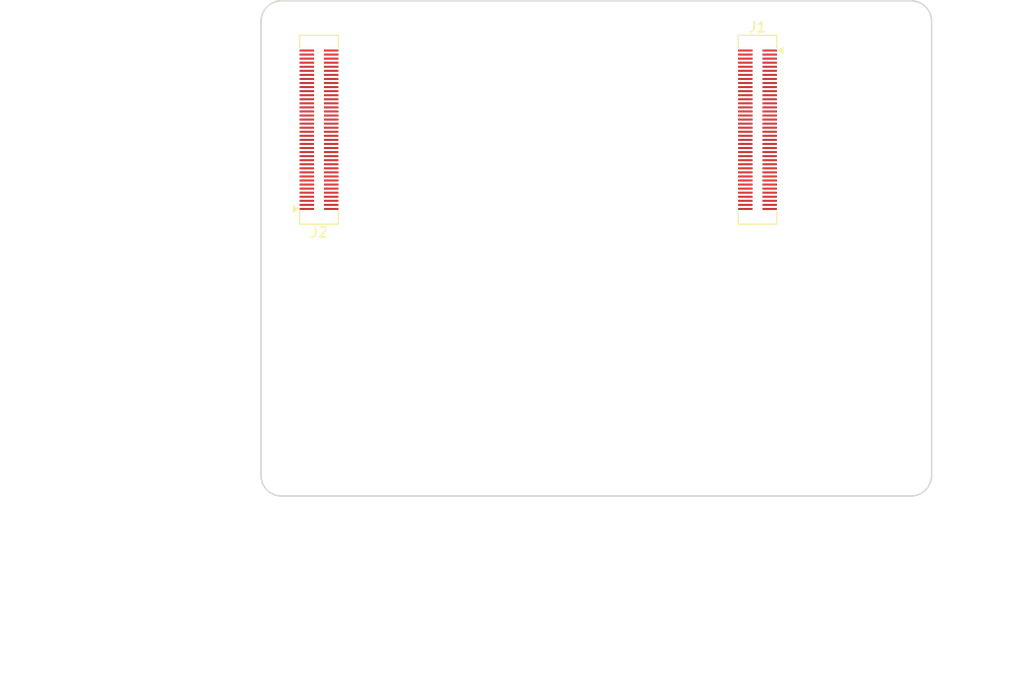
<source format=kicad_pcb>
(kicad_pcb (version 20211014) (generator pcbnew)
  (layers (0 "F.Cu" signal) (31 "B.Cu" signal) (34 "B.Paste" user) (35 "F.Paste" user) (36 "B.SilkS" user "B.Silkscreen") (37 "F.SilkS" user "F.Silkscreen") (38 "B.Mask" user) (39 "F.Mask" user) (44 "Edge.Cuts" user))
  (net 0 "")
  (footprint "Shulltronics_Connectors:4049_DF40HC_80pos" (layer "F.Cu") (at 99.06 78.994 -90)
    (fp_text reference "J1" (at -10.1 0) (layer "F.SilkS"))
    (fp_text value "4049_80pos_High_Density")
    (fp_line (start 9.3 -1.9) (end 9.3 1.9) (layer "F.SilkS") (width 0.12))
    (fp_line (start 9.3 1.9) (end 8.05 1.9) (layer "F.SilkS") (width 0.12))
    (fp_line (start 9.3 -1.9) (end 8.05 -1.9) (layer "F.SilkS") (width 0.12))
    (fp_line (start -8.05 -1.9) (end -9.3 -1.9) (layer "F.SilkS") (width 0.12))
    (fp_line (start -9.3 -1.9) (end -9.3 1.9) (layer "F.SilkS") (width 0.12))
    (fp_line (start -8.025 1.9) (end -9.3 1.9) (layer "F.SilkS") (width 0.12))
    (fp_poly (pts (xy -7.8 -2.1) (xy -8.1 -2.5) (xy -7.5 -2.5)) (layer "F.SilkS") (width 0.12) (fill solid))
    (pad "1" smd rect (at -7.8 -1.2 270) (size 0.2 1.43) (layers "F.Cu" "F.Paste" "F.Mask"))
    (pad "2" smd rect (at -7.8 1.2 270) (size 0.2 1.43) (layers "F.Cu" "F.Paste" "F.Mask"))
    (pad "3" smd rect (at -7.4 -1.2 270) (size 0.2 1.43) (layers "F.Cu" "F.Paste" "F.Mask"))
    (pad "4" smd rect (at -7.4 1.2 270) (size 0.2 1.43) (layers "F.Cu" "F.Paste" "F.Mask"))
    (pad "5" smd rect (at -7 -1.2 270) (size 0.2 1.43) (layers "F.Cu" "F.Paste" "F.Mask"))
    (pad "6" smd rect (at -7 1.2 270) (size 0.2 1.43) (layers "F.Cu" "F.Paste" "F.Mask"))
    (pad "7" smd rect (at -6.6 -1.2 270) (size 0.2 1.43) (layers "F.Cu" "F.Paste" "F.Mask"))
    (pad "8" smd rect (at -6.6 1.2 270) (size 0.2 1.43) (layers "F.Cu" "F.Paste" "F.Mask"))
    (pad "9" smd rect (at -6.2 -1.2 270) (size 0.2 1.43) (layers "F.Cu" "F.Paste" "F.Mask"))
    (pad "10" smd rect (at -6.2 1.2 270) (size 0.2 1.43) (layers "F.Cu" "F.Paste" "F.Mask"))
    (pad "11" smd rect (at -5.8 -1.2 270) (size 0.2 1.43) (layers "F.Cu" "F.Paste" "F.Mask"))
    (pad "12" smd rect (at -5.8 1.2 270) (size 0.2 1.43) (layers "F.Cu" "F.Paste" "F.Mask"))
    (pad "13" smd rect (at -5.4 -1.2 270) (size 0.2 1.43) (layers "F.Cu" "F.Paste" "F.Mask"))
    (pad "14" smd rect (at -5.4 1.2 270) (size 0.2 1.43) (layers "F.Cu" "F.Paste" "F.Mask"))
    (pad "15" smd rect (at -5 -1.2 270) (size 0.2 1.43) (layers "F.Cu" "F.Paste" "F.Mask"))
    (pad "16" smd rect (at -5 1.2 270) (size 0.2 1.43) (layers "F.Cu" "F.Paste" "F.Mask"))
    (pad "17" smd rect (at -4.6 -1.2 270) (size 0.2 1.43) (layers "F.Cu" "F.Paste" "F.Mask"))
    (pad "18" smd rect (at -4.6 1.2 270) (size 0.2 1.43) (layers "F.Cu" "F.Paste" "F.Mask"))
    (pad "19" smd rect (at -4.2 -1.2 270) (size 0.2 1.43) (layers "F.Cu" "F.Paste" "F.Mask"))
    (pad "20" smd rect (at -4.2 1.2 270) (size 0.2 1.43) (layers "F.Cu" "F.Paste" "F.Mask"))
    (pad "21" smd rect (at -3.8 -1.2 270) (size 0.2 1.43) (layers "F.Cu" "F.Paste" "F.Mask"))
    (pad "22" smd rect (at -3.8 1.2 270) (size 0.2 1.43) (layers "F.Cu" "F.Paste" "F.Mask"))
    (pad "23" smd rect (at -3.4 -1.2 270) (size 0.2 1.43) (layers "F.Cu" "F.Paste" "F.Mask"))
    (pad "24" smd rect (at -3.4 1.2 270) (size 0.2 1.43) (layers "F.Cu" "F.Paste" "F.Mask"))
    (pad "25" smd rect (at -3 -1.2 270) (size 0.2 1.43) (layers "F.Cu" "F.Paste" "F.Mask"))
    (pad "26" smd rect (at -3 1.2 270) (size 0.2 1.43) (layers "F.Cu" "F.Paste" "F.Mask"))
    (pad "27" smd rect (at -2.6 -1.2 270) (size 0.2 1.43) (layers "F.Cu" "F.Paste" "F.Mask"))
    (pad "28" smd rect (at -2.6 1.2 270) (size 0.2 1.43) (layers "F.Cu" "F.Paste" "F.Mask"))
    (pad "29" smd rect (at -2.2 -1.2 270) (size 0.2 1.43) (layers "F.Cu" "F.Paste" "F.Mask"))
    (pad "30" smd rect (at -2.2 1.2 270) (size 0.2 1.43) (layers "F.Cu" "F.Paste" "F.Mask"))
    (pad "31" smd rect (at -1.8 -1.2 270) (size 0.2 1.43) (layers "F.Cu" "F.Paste" "F.Mask"))
    (pad "32" smd rect (at -1.8 1.2 270) (size 0.2 1.43) (layers "F.Cu" "F.Paste" "F.Mask"))
    (pad "33" smd rect (at -1.4 -1.2 270) (size 0.2 1.43) (layers "F.Cu" "F.Paste" "F.Mask"))
    (pad "34" smd rect (at -1.4 1.2 270) (size 0.2 1.43) (layers "F.Cu" "F.Paste" "F.Mask"))
    (pad "35" smd rect (at -1 -1.2 270) (size 0.2 1.43) (layers "F.Cu" "F.Paste" "F.Mask"))
    (pad "36" smd rect (at -1 1.2 270) (size 0.2 1.43) (layers "F.Cu" "F.Paste" "F.Mask"))
    (pad "37" smd rect (at -0.6 -1.2 270) (size 0.2 1.43) (layers "F.Cu" "F.Paste" "F.Mask"))
    (pad "38" smd rect (at -0.6 1.2 270) (size 0.2 1.43) (layers "F.Cu" "F.Paste" "F.Mask"))
    (pad "39" smd rect (at -0.2 -1.2 270) (size 0.2 1.43) (layers "F.Cu" "F.Paste" "F.Mask"))
    (pad "40" smd rect (at -0.2 1.2 270) (size 0.2 1.43) (layers "F.Cu" "F.Paste" "F.Mask"))
    (pad "41" smd rect (at 0.2 -1.2 270) (size 0.2 1.43) (layers "F.Cu" "F.Paste" "F.Mask"))
    (pad "42" smd rect (at 0.2 1.2 270) (size 0.2 1.43) (layers "F.Cu" "F.Paste" "F.Mask"))
    (pad "43" smd rect (at 0.6 -1.2 270) (size 0.2 1.43) (layers "F.Cu" "F.Paste" "F.Mask"))
    (pad "44" smd rect (at 0.6 1.2 270) (size 0.2 1.43) (layers "F.Cu" "F.Paste" "F.Mask"))
    (pad "45" smd rect (at 1 -1.2 270) (size 0.2 1.43) (layers "F.Cu" "F.Paste" "F.Mask"))
    (pad "46" smd rect (at 1 1.2 270) (size 0.2 1.43) (layers "F.Cu" "F.Paste" "F.Mask"))
    (pad "47" smd rect (at 1.4 -1.2 270) (size 0.2 1.43) (layers "F.Cu" "F.Paste" "F.Mask"))
    (pad "48" smd rect (at 1.4 1.2 270) (size 0.2 1.43) (layers "F.Cu" "F.Paste" "F.Mask"))
    (pad "49" smd rect (at 1.8 -1.2 270) (size 0.2 1.43) (layers "F.Cu" "F.Paste" "F.Mask"))
    (pad "50" smd rect (at 1.8 1.2 270) (size 0.2 1.43) (layers "F.Cu" "F.Paste" "F.Mask"))
    (pad "51" smd rect (at 2.2 -1.2 270) (size 0.2 1.43) (layers "F.Cu" "F.Paste" "F.Mask"))
    (pad "52" smd rect (at 2.2 1.2 270) (size 0.2 1.43) (layers "F.Cu" "F.Paste" "F.Mask"))
    (pad "53" smd rect (at 2.6 -1.2 270) (size 0.2 1.43) (layers "F.Cu" "F.Paste" "F.Mask"))
    (pad "54" smd rect (at 2.6 1.2 270) (size 0.2 1.43) (layers "F.Cu" "F.Paste" "F.Mask"))
    (pad "55" smd rect (at 3 -1.2 270) (size 0.2 1.43) (layers "F.Cu" "F.Paste" "F.Mask"))
    (pad "56" smd rect (at 3 1.2 270) (size 0.2 1.43) (layers "F.Cu" "F.Paste" "F.Mask"))
    (pad "57" smd rect (at 3.4 -1.2 270) (size 0.2 1.43) (layers "F.Cu" "F.Paste" "F.Mask"))
    (pad "58" smd rect (at 3.4 1.2 270) (size 0.2 1.43) (layers "F.Cu" "F.Paste" "F.Mask"))
    (pad "59" smd rect (at 3.8 -1.2 270) (size 0.2 1.43) (layers "F.Cu" "F.Paste" "F.Mask"))
    (pad "60" smd rect (at 3.8 1.2 270) (size 0.2 1.43) (layers "F.Cu" "F.Paste" "F.Mask"))
    (pad "61" smd rect (at 4.2 -1.2 270) (size 0.2 1.43) (layers "F.Cu" "F.Paste" "F.Mask"))
    (pad "62" smd rect (at 4.2 1.2 270) (size 0.2 1.43) (layers "F.Cu" "F.Paste" "F.Mask"))
    (pad "63" smd rect (at 4.6 -1.2 270) (size 0.2 1.43) (layers "F.Cu" "F.Paste" "F.Mask"))
    (pad "64" smd rect (at 4.6 1.2 270) (size 0.2 1.43) (layers "F.Cu" "F.Paste" "F.Mask"))
    (pad "65" smd rect (at 5 -1.2 270) (size 0.2 1.43) (layers "F.Cu" "F.Paste" "F.Mask"))
    (pad "66" smd rect (at 5 1.2 270) (size 0.2 1.43) (layers "F.Cu" "F.Paste" "F.Mask"))
    (pad "67" smd rect (at 5.4 -1.2 270) (size 0.2 1.43) (layers "F.Cu" "F.Paste" "F.Mask"))
    (pad "68" smd rect (at 5.4 1.2 270) (size 0.2 1.43) (layers "F.Cu" "F.Paste" "F.Mask"))
    (pad "69" smd rect (at 5.8 -1.2 270) (size 0.2 1.43) (layers "F.Cu" "F.Paste" "F.Mask"))
    (pad "70" smd rect (at 5.8 1.2 270) (size 0.2 1.43) (layers "F.Cu" "F.Paste" "F.Mask"))
    (pad "71" smd rect (at 6.2 -1.2 270) (size 0.2 1.43) (layers "F.Cu" "F.Paste" "F.Mask"))
    (pad "72" smd rect (at 6.2 1.2 270) (size 0.2 1.43) (layers "F.Cu" "F.Paste" "F.Mask"))
    (pad "73" smd rect (at 6.6 -1.2 270) (size 0.2 1.43) (layers "F.Cu" "F.Paste" "F.Mask"))
    (pad "74" smd rect (at 6.6 1.2 270) (size 0.2 1.43) (layers "F.Cu" "F.Paste" "F.Mask"))
    (pad "75" smd rect (at 7 -1.2 270) (size 0.2 1.43) (layers "F.Cu" "F.Paste" "F.Mask"))
    (pad "76" smd rect (at 7 1.2 270) (size 0.2 1.43) (layers "F.Cu" "F.Paste" "F.Mask"))
    (pad "77" smd rect (at 7.4 -1.2 270) (size 0.2 1.43) (layers "F.Cu" "F.Paste" "F.Mask"))
    (pad "78" smd rect (at 7.4 1.2 270) (size 0.2 1.43) (layers "F.Cu" "F.Paste" "F.Mask"))
    (pad "79" smd rect (at 7.8 -1.2 270) (size 0.2 1.43) (layers "F.Cu" "F.Paste" "F.Mask"))
    (pad "80" smd rect (at 7.8 1.2 270) (size 0.2 1.43) (layers "F.Cu" "F.Paste" "F.Mask"))
  )
  (footprint "Shulltronics_Connectors:4049_DF40HC_80pos" (layer "F.Cu") (at 55.88 78.994 90)
    (fp_text reference "J2" (at -10.1 0) (layer "F.SilkS"))
    (fp_text value "4049_80pos_High_Density")
    (fp_line (start -9.3 -1.9) (end -9.3 1.9) (layer "F.SilkS") (width 0.12))
    (fp_line (start -8.025 1.9) (end -9.3 1.9) (layer "F.SilkS") (width 0.12))
    (fp_line (start 9.3 -1.9) (end 8.05 -1.9) (layer "F.SilkS") (width 0.12))
    (fp_line (start 9.3 -1.9) (end 9.3 1.9) (layer "F.SilkS") (width 0.12))
    (fp_line (start -8.05 -1.9) (end -9.3 -1.9) (layer "F.SilkS") (width 0.12))
    (fp_line (start 9.3 1.9) (end 8.05 1.9) (layer "F.SilkS") (width 0.12))
    (fp_poly (pts (xy -7.8 -2.1) (xy -8.1 -2.5) (xy -7.5 -2.5)) (layer "F.SilkS") (width 0.12) (fill solid))
    (pad "1" smd rect (at -7.8 -1.2 90) (size 0.2 1.43) (layers "F.Cu" "F.Paste" "F.Mask"))
    (pad "2" smd rect (at -7.8 1.2 90) (size 0.2 1.43) (layers "F.Cu" "F.Paste" "F.Mask"))
    (pad "3" smd rect (at -7.4 -1.2 90) (size 0.2 1.43) (layers "F.Cu" "F.Paste" "F.Mask"))
    (pad "4" smd rect (at -7.4 1.2 90) (size 0.2 1.43) (layers "F.Cu" "F.Paste" "F.Mask"))
    (pad "5" smd rect (at -7 -1.2 90) (size 0.2 1.43) (layers "F.Cu" "F.Paste" "F.Mask"))
    (pad "6" smd rect (at -7 1.2 90) (size 0.2 1.43) (layers "F.Cu" "F.Paste" "F.Mask"))
    (pad "7" smd rect (at -6.6 -1.2 90) (size 0.2 1.43) (layers "F.Cu" "F.Paste" "F.Mask"))
    (pad "8" smd rect (at -6.6 1.2 90) (size 0.2 1.43) (layers "F.Cu" "F.Paste" "F.Mask"))
    (pad "9" smd rect (at -6.2 -1.2 90) (size 0.2 1.43) (layers "F.Cu" "F.Paste" "F.Mask"))
    (pad "10" smd rect (at -6.2 1.2 90) (size 0.2 1.43) (layers "F.Cu" "F.Paste" "F.Mask"))
    (pad "11" smd rect (at -5.8 -1.2 90) (size 0.2 1.43) (layers "F.Cu" "F.Paste" "F.Mask"))
    (pad "12" smd rect (at -5.8 1.2 90) (size 0.2 1.43) (layers "F.Cu" "F.Paste" "F.Mask"))
    (pad "13" smd rect (at -5.4 -1.2 90) (size 0.2 1.43) (layers "F.Cu" "F.Paste" "F.Mask"))
    (pad "14" smd rect (at -5.4 1.2 90) (size 0.2 1.43) (layers "F.Cu" "F.Paste" "F.Mask"))
    (pad "15" smd rect (at -5 -1.2 90) (size 0.2 1.43) (layers "F.Cu" "F.Paste" "F.Mask"))
    (pad "16" smd rect (at -5 1.2 90) (size 0.2 1.43) (layers "F.Cu" "F.Paste" "F.Mask"))
    (pad "17" smd rect (at -4.6 -1.2 90) (size 0.2 1.43) (layers "F.Cu" "F.Paste" "F.Mask"))
    (pad "18" smd rect (at -4.6 1.2 90) (size 0.2 1.43) (layers "F.Cu" "F.Paste" "F.Mask"))
    (pad "19" smd rect (at -4.2 -1.2 90) (size 0.2 1.43) (layers "F.Cu" "F.Paste" "F.Mask"))
    (pad "20" smd rect (at -4.2 1.2 90) (size 0.2 1.43) (layers "F.Cu" "F.Paste" "F.Mask"))
    (pad "21" smd rect (at -3.8 -1.2 90) (size 0.2 1.43) (layers "F.Cu" "F.Paste" "F.Mask"))
    (pad "22" smd rect (at -3.8 1.2 90) (size 0.2 1.43) (layers "F.Cu" "F.Paste" "F.Mask"))
    (pad "23" smd rect (at -3.4 -1.2 90) (size 0.2 1.43) (layers "F.Cu" "F.Paste" "F.Mask"))
    (pad "24" smd rect (at -3.4 1.2 90) (size 0.2 1.43) (layers "F.Cu" "F.Paste" "F.Mask"))
    (pad "25" smd rect (at -3 -1.2 90) (size 0.2 1.43) (layers "F.Cu" "F.Paste" "F.Mask"))
    (pad "26" smd rect (at -3 1.2 90) (size 0.2 1.43) (layers "F.Cu" "F.Paste" "F.Mask"))
    (pad "27" smd rect (at -2.6 -1.2 90) (size 0.2 1.43) (layers "F.Cu" "F.Paste" "F.Mask"))
    (pad "28" smd rect (at -2.6 1.2 90) (size 0.2 1.43) (layers "F.Cu" "F.Paste" "F.Mask"))
    (pad "29" smd rect (at -2.2 -1.2 90) (size 0.2 1.43) (layers "F.Cu" "F.Paste" "F.Mask"))
    (pad "30" smd rect (at -2.2 1.2 90) (size 0.2 1.43) (layers "F.Cu" "F.Paste" "F.Mask"))
    (pad "31" smd rect (at -1.8 -1.2 90) (size 0.2 1.43) (layers "F.Cu" "F.Paste" "F.Mask"))
    (pad "32" smd rect (at -1.8 1.2 90) (size 0.2 1.43) (layers "F.Cu" "F.Paste" "F.Mask"))
    (pad "33" smd rect (at -1.4 -1.2 90) (size 0.2 1.43) (layers "F.Cu" "F.Paste" "F.Mask"))
    (pad "34" smd rect (at -1.4 1.2 90) (size 0.2 1.43) (layers "F.Cu" "F.Paste" "F.Mask"))
    (pad "35" smd rect (at -1 -1.2 90) (size 0.2 1.43) (layers "F.Cu" "F.Paste" "F.Mask"))
    (pad "36" smd rect (at -1 1.2 90) (size 0.2 1.43) (layers "F.Cu" "F.Paste" "F.Mask"))
    (pad "37" smd rect (at -0.6 -1.2 90) (size 0.2 1.43) (layers "F.Cu" "F.Paste" "F.Mask"))
    (pad "38" smd rect (at -0.6 1.2 90) (size 0.2 1.43) (layers "F.Cu" "F.Paste" "F.Mask"))
    (pad "39" smd rect (at -0.2 -1.2 90) (size 0.2 1.43) (layers "F.Cu" "F.Paste" "F.Mask"))
    (pad "40" smd rect (at -0.2 1.2 90) (size 0.2 1.43) (layers "F.Cu" "F.Paste" "F.Mask"))
    (pad "41" smd rect (at 0.2 -1.2 90) (size 0.2 1.43) (layers "F.Cu" "F.Paste" "F.Mask"))
    (pad "42" smd rect (at 0.2 1.2 90) (size 0.2 1.43) (layers "F.Cu" "F.Paste" "F.Mask"))
    (pad "43" smd rect (at 0.6 -1.2 90) (size 0.2 1.43) (layers "F.Cu" "F.Paste" "F.Mask"))
    (pad "44" smd rect (at 0.6 1.2 90) (size 0.2 1.43) (layers "F.Cu" "F.Paste" "F.Mask"))
    (pad "45" smd rect (at 1 -1.2 90) (size 0.2 1.43) (layers "F.Cu" "F.Paste" "F.Mask"))
    (pad "46" smd rect (at 1 1.2 90) (size 0.2 1.43) (layers "F.Cu" "F.Paste" "F.Mask"))
    (pad "47" smd rect (at 1.4 -1.2 90) (size 0.2 1.43) (layers "F.Cu" "F.Paste" "F.Mask"))
    (pad "48" smd rect (at 1.4 1.2 90) (size 0.2 1.43) (layers "F.Cu" "F.Paste" "F.Mask"))
    (pad "49" smd rect (at 1.8 -1.2 90) (size 0.2 1.43) (layers "F.Cu" "F.Paste" "F.Mask"))
    (pad "50" smd rect (at 1.8 1.2 90) (size 0.2 1.43) (layers "F.Cu" "F.Paste" "F.Mask"))
    (pad "51" smd rect (at 2.2 -1.2 90) (size 0.2 1.43) (layers "F.Cu" "F.Paste" "F.Mask"))
    (pad "52" smd rect (at 2.2 1.2 90) (size 0.2 1.43) (layers "F.Cu" "F.Paste" "F.Mask"))
    (pad "53" smd rect (at 2.6 -1.2 90) (size 0.2 1.43) (layers "F.Cu" "F.Paste" "F.Mask"))
    (pad "54" smd rect (at 2.6 1.2 90) (size 0.2 1.43) (layers "F.Cu" "F.Paste" "F.Mask"))
    (pad "55" smd rect (at 3 -1.2 90) (size 0.2 1.43) (layers "F.Cu" "F.Paste" "F.Mask"))
    (pad "56" smd rect (at 3 1.2 90) (size 0.2 1.43) (layers "F.Cu" "F.Paste" "F.Mask"))
    (pad "57" smd rect (at 3.4 -1.2 90) (size 0.2 1.43) (layers "F.Cu" "F.Paste" "F.Mask"))
    (pad "58" smd rect (at 3.4 1.2 90) (size 0.2 1.43) (layers "F.Cu" "F.Paste" "F.Mask"))
    (pad "59" smd rect (at 3.8 -1.2 90) (size 0.2 1.43) (layers "F.Cu" "F.Paste" "F.Mask"))
    (pad "60" smd rect (at 3.8 1.2 90) (size 0.2 1.43) (layers "F.Cu" "F.Paste" "F.Mask"))
    (pad "61" smd rect (at 4.2 -1.2 90) (size 0.2 1.43) (layers "F.Cu" "F.Paste" "F.Mask"))
    (pad "62" smd rect (at 4.2 1.2 90) (size 0.2 1.43) (layers "F.Cu" "F.Paste" "F.Mask"))
    (pad "63" smd rect (at 4.6 -1.2 90) (size 0.2 1.43) (layers "F.Cu" "F.Paste" "F.Mask"))
    (pad "64" smd rect (at 4.6 1.2 90) (size 0.2 1.43) (layers "F.Cu" "F.Paste" "F.Mask"))
    (pad "65" smd rect (at 5 -1.2 90) (size 0.2 1.43) (layers "F.Cu" "F.Paste" "F.Mask"))
    (pad "66" smd rect (at 5 1.2 90) (size 0.2 1.43) (layers "F.Cu" "F.Paste" "F.Mask"))
    (pad "67" smd rect (at 5.4 -1.2 90) (size 0.2 1.43) (layers "F.Cu" "F.Paste" "F.Mask"))
    (pad "68" smd rect (at 5.4 1.2 90) (size 0.2 1.43) (layers "F.Cu" "F.Paste" "F.Mask"))
    (pad "69" smd rect (at 5.8 -1.2 90) (size 0.2 1.43) (layers "F.Cu" "F.Paste" "F.Mask"))
    (pad "70" smd rect (at 5.8 1.2 90) (size 0.2 1.43) (layers "F.Cu" "F.Paste" "F.Mask"))
    (pad "71" smd rect (at 6.2 -1.2 90) (size 0.2 1.43) (layers "F.Cu" "F.Paste" "F.Mask"))
    (pad "72" smd rect (at 6.2 1.2 90) (size 0.2 1.43) (layers "F.Cu" "F.Paste" "F.Mask"))
    (pad "73" smd rect (at 6.6 -1.2 90) (size 0.2 1.43) (layers "F.Cu" "F.Paste" "F.Mask"))
    (pad "74" smd rect (at 6.6 1.2 90) (size 0.2 1.43) (layers "F.Cu" "F.Paste" "F.Mask"))
    (pad "75" smd rect (at 7 -1.2 90) (size 0.2 1.43) (layers "F.Cu" "F.Paste" "F.Mask"))
    (pad "76" smd rect (at 7 1.2 90) (size 0.2 1.43) (layers "F.Cu" "F.Paste" "F.Mask"))
    (pad "77" smd rect (at 7.4 -1.2 90) (size 0.2 1.43) (layers "F.Cu" "F.Paste" "F.Mask"))
    (pad "78" smd rect (at 7.4 1.2 90) (size 0.2 1.43) (layers "F.Cu" "F.Paste" "F.Mask"))
    (pad "79" smd rect (at 7.8 -1.2 90) (size 0.2 1.43) (layers "F.Cu" "F.Paste" "F.Mask"))
    (pad "80" smd rect (at 7.8 1.2 90) (size 0.2 1.43) (layers "F.Cu" "F.Paste" "F.Mask"))
  )
  (gr_arc (start 50.165 68.326) (mid 50.76013 66.88913) (end 52.197 66.294) (layer "Edge.Cuts") (width 0.15))
  (gr_arc (start 116.205 113.03) (mid 115.609841 114.466841) (end 114.173 115.062) (layer "Edge.Cuts") (width 0.15))
  (gr_arc (start 52.197 115.062) (mid 50.760159 114.466841) (end 50.165 113.03) (layer "Edge.Cuts") (width 0.15))
  (gr_arc (start 114.173 66.294) (mid 115.609841 66.889159) (end 116.205 68.326) (layer "Edge.Cuts") (width 0.15))
  (gr_line (start 116.205 113.03) (end 116.205 68.326) (layer "Edge.Cuts") (width 0.15))
  (gr_line (start 50.165 113.03) (end 50.165 68.326) (layer "Edge.Cuts") (width 0.15))
  (gr_line (start 52.197 66.294) (end 114.173 66.294) (layer "Edge.Cuts") (width 0.15))
  (gr_line (start 52.197 115.062) (end 114.173 115.062) (layer "Edge.Cuts") (width 0.15))
)
</source>
